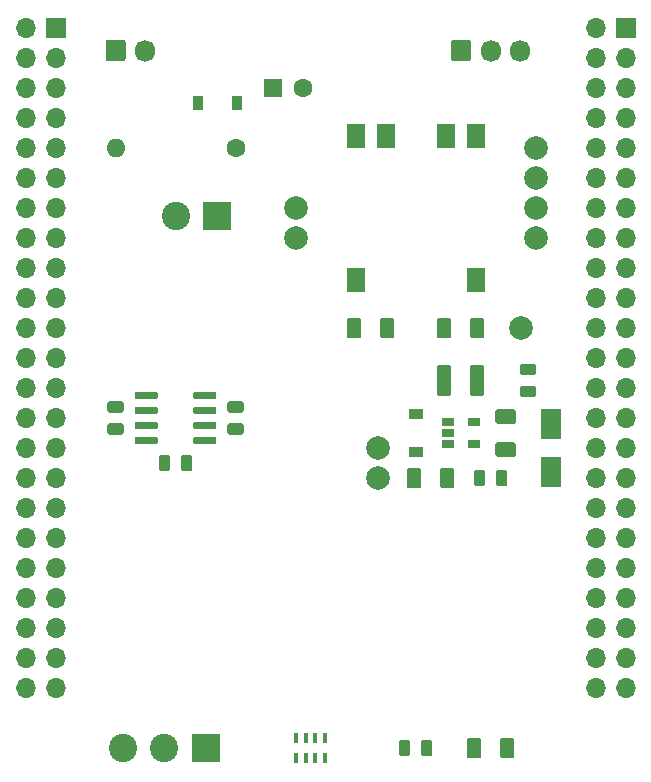
<source format=gbr>
G04 #@! TF.GenerationSoftware,KiCad,Pcbnew,5.1.5*
G04 #@! TF.CreationDate,2020-03-06T13:15:01+00:00*
G04 #@! TF.ProjectId,BB_Dash_Display,42425f44-6173-4685-9f44-6973706c6179,rev?*
G04 #@! TF.SameCoordinates,PX43d3480PY41672a0*
G04 #@! TF.FileFunction,Soldermask,Top*
G04 #@! TF.FilePolarity,Negative*
%FSLAX46Y46*%
G04 Gerber Fmt 4.6, Leading zero omitted, Abs format (unit mm)*
G04 Created by KiCad (PCBNEW 5.1.5) date 2020-03-06 13:15:01*
%MOMM*%
%LPD*%
G04 APERTURE LIST*
%ADD10O,1.600000X1.600000*%
%ADD11C,1.600000*%
%ADD12R,1.600000X1.600000*%
%ADD13R,1.800000X2.500000*%
%ADD14C,2.400000*%
%ADD15R,2.400000X2.400000*%
%ADD16C,0.100000*%
%ADD17O,1.700000X1.700000*%
%ADD18R,1.700000X1.700000*%
%ADD19R,1.524000X2.032000*%
%ADD20R,0.400000X0.900000*%
%ADD21R,1.060000X0.650000*%
%ADD22C,2.000000*%
%ADD23O,1.700000X1.850000*%
%ADD24R,1.200000X0.900000*%
%ADD25R,0.900000X1.200000*%
G04 APERTURE END LIST*
D10*
X12700000Y-17780000D03*
D11*
X22860000Y-17780000D03*
X28535000Y-12700000D03*
D12*
X26035000Y-12700000D03*
D13*
X49530000Y-41180000D03*
X49530000Y-45180000D03*
D14*
X13320000Y-68580000D03*
X16820000Y-68580000D03*
D15*
X20320000Y-68580000D03*
D16*
G36*
X23340142Y-41091174D02*
G01*
X23363803Y-41094684D01*
X23387007Y-41100496D01*
X23409529Y-41108554D01*
X23431153Y-41118782D01*
X23451670Y-41131079D01*
X23470883Y-41145329D01*
X23488607Y-41161393D01*
X23504671Y-41179117D01*
X23518921Y-41198330D01*
X23531218Y-41218847D01*
X23541446Y-41240471D01*
X23549504Y-41262993D01*
X23555316Y-41286197D01*
X23558826Y-41309858D01*
X23560000Y-41333750D01*
X23560000Y-41821250D01*
X23558826Y-41845142D01*
X23555316Y-41868803D01*
X23549504Y-41892007D01*
X23541446Y-41914529D01*
X23531218Y-41936153D01*
X23518921Y-41956670D01*
X23504671Y-41975883D01*
X23488607Y-41993607D01*
X23470883Y-42009671D01*
X23451670Y-42023921D01*
X23431153Y-42036218D01*
X23409529Y-42046446D01*
X23387007Y-42054504D01*
X23363803Y-42060316D01*
X23340142Y-42063826D01*
X23316250Y-42065000D01*
X22403750Y-42065000D01*
X22379858Y-42063826D01*
X22356197Y-42060316D01*
X22332993Y-42054504D01*
X22310471Y-42046446D01*
X22288847Y-42036218D01*
X22268330Y-42023921D01*
X22249117Y-42009671D01*
X22231393Y-41993607D01*
X22215329Y-41975883D01*
X22201079Y-41956670D01*
X22188782Y-41936153D01*
X22178554Y-41914529D01*
X22170496Y-41892007D01*
X22164684Y-41868803D01*
X22161174Y-41845142D01*
X22160000Y-41821250D01*
X22160000Y-41333750D01*
X22161174Y-41309858D01*
X22164684Y-41286197D01*
X22170496Y-41262993D01*
X22178554Y-41240471D01*
X22188782Y-41218847D01*
X22201079Y-41198330D01*
X22215329Y-41179117D01*
X22231393Y-41161393D01*
X22249117Y-41145329D01*
X22268330Y-41131079D01*
X22288847Y-41118782D01*
X22310471Y-41108554D01*
X22332993Y-41100496D01*
X22356197Y-41094684D01*
X22379858Y-41091174D01*
X22403750Y-41090000D01*
X23316250Y-41090000D01*
X23340142Y-41091174D01*
G37*
G36*
X23340142Y-39216174D02*
G01*
X23363803Y-39219684D01*
X23387007Y-39225496D01*
X23409529Y-39233554D01*
X23431153Y-39243782D01*
X23451670Y-39256079D01*
X23470883Y-39270329D01*
X23488607Y-39286393D01*
X23504671Y-39304117D01*
X23518921Y-39323330D01*
X23531218Y-39343847D01*
X23541446Y-39365471D01*
X23549504Y-39387993D01*
X23555316Y-39411197D01*
X23558826Y-39434858D01*
X23560000Y-39458750D01*
X23560000Y-39946250D01*
X23558826Y-39970142D01*
X23555316Y-39993803D01*
X23549504Y-40017007D01*
X23541446Y-40039529D01*
X23531218Y-40061153D01*
X23518921Y-40081670D01*
X23504671Y-40100883D01*
X23488607Y-40118607D01*
X23470883Y-40134671D01*
X23451670Y-40148921D01*
X23431153Y-40161218D01*
X23409529Y-40171446D01*
X23387007Y-40179504D01*
X23363803Y-40185316D01*
X23340142Y-40188826D01*
X23316250Y-40190000D01*
X22403750Y-40190000D01*
X22379858Y-40188826D01*
X22356197Y-40185316D01*
X22332993Y-40179504D01*
X22310471Y-40171446D01*
X22288847Y-40161218D01*
X22268330Y-40148921D01*
X22249117Y-40134671D01*
X22231393Y-40118607D01*
X22215329Y-40100883D01*
X22201079Y-40081670D01*
X22188782Y-40061153D01*
X22178554Y-40039529D01*
X22170496Y-40017007D01*
X22164684Y-39993803D01*
X22161174Y-39970142D01*
X22160000Y-39946250D01*
X22160000Y-39458750D01*
X22161174Y-39434858D01*
X22164684Y-39411197D01*
X22170496Y-39387993D01*
X22178554Y-39365471D01*
X22188782Y-39343847D01*
X22201079Y-39323330D01*
X22215329Y-39304117D01*
X22231393Y-39286393D01*
X22249117Y-39270329D01*
X22268330Y-39256079D01*
X22288847Y-39243782D01*
X22310471Y-39233554D01*
X22332993Y-39225496D01*
X22356197Y-39219684D01*
X22379858Y-39216174D01*
X22403750Y-39215000D01*
X23316250Y-39215000D01*
X23340142Y-39216174D01*
G37*
G36*
X13180142Y-41091174D02*
G01*
X13203803Y-41094684D01*
X13227007Y-41100496D01*
X13249529Y-41108554D01*
X13271153Y-41118782D01*
X13291670Y-41131079D01*
X13310883Y-41145329D01*
X13328607Y-41161393D01*
X13344671Y-41179117D01*
X13358921Y-41198330D01*
X13371218Y-41218847D01*
X13381446Y-41240471D01*
X13389504Y-41262993D01*
X13395316Y-41286197D01*
X13398826Y-41309858D01*
X13400000Y-41333750D01*
X13400000Y-41821250D01*
X13398826Y-41845142D01*
X13395316Y-41868803D01*
X13389504Y-41892007D01*
X13381446Y-41914529D01*
X13371218Y-41936153D01*
X13358921Y-41956670D01*
X13344671Y-41975883D01*
X13328607Y-41993607D01*
X13310883Y-42009671D01*
X13291670Y-42023921D01*
X13271153Y-42036218D01*
X13249529Y-42046446D01*
X13227007Y-42054504D01*
X13203803Y-42060316D01*
X13180142Y-42063826D01*
X13156250Y-42065000D01*
X12243750Y-42065000D01*
X12219858Y-42063826D01*
X12196197Y-42060316D01*
X12172993Y-42054504D01*
X12150471Y-42046446D01*
X12128847Y-42036218D01*
X12108330Y-42023921D01*
X12089117Y-42009671D01*
X12071393Y-41993607D01*
X12055329Y-41975883D01*
X12041079Y-41956670D01*
X12028782Y-41936153D01*
X12018554Y-41914529D01*
X12010496Y-41892007D01*
X12004684Y-41868803D01*
X12001174Y-41845142D01*
X12000000Y-41821250D01*
X12000000Y-41333750D01*
X12001174Y-41309858D01*
X12004684Y-41286197D01*
X12010496Y-41262993D01*
X12018554Y-41240471D01*
X12028782Y-41218847D01*
X12041079Y-41198330D01*
X12055329Y-41179117D01*
X12071393Y-41161393D01*
X12089117Y-41145329D01*
X12108330Y-41131079D01*
X12128847Y-41118782D01*
X12150471Y-41108554D01*
X12172993Y-41100496D01*
X12196197Y-41094684D01*
X12219858Y-41091174D01*
X12243750Y-41090000D01*
X13156250Y-41090000D01*
X13180142Y-41091174D01*
G37*
G36*
X13180142Y-39216174D02*
G01*
X13203803Y-39219684D01*
X13227007Y-39225496D01*
X13249529Y-39233554D01*
X13271153Y-39243782D01*
X13291670Y-39256079D01*
X13310883Y-39270329D01*
X13328607Y-39286393D01*
X13344671Y-39304117D01*
X13358921Y-39323330D01*
X13371218Y-39343847D01*
X13381446Y-39365471D01*
X13389504Y-39387993D01*
X13395316Y-39411197D01*
X13398826Y-39434858D01*
X13400000Y-39458750D01*
X13400000Y-39946250D01*
X13398826Y-39970142D01*
X13395316Y-39993803D01*
X13389504Y-40017007D01*
X13381446Y-40039529D01*
X13371218Y-40061153D01*
X13358921Y-40081670D01*
X13344671Y-40100883D01*
X13328607Y-40118607D01*
X13310883Y-40134671D01*
X13291670Y-40148921D01*
X13271153Y-40161218D01*
X13249529Y-40171446D01*
X13227007Y-40179504D01*
X13203803Y-40185316D01*
X13180142Y-40188826D01*
X13156250Y-40190000D01*
X12243750Y-40190000D01*
X12219858Y-40188826D01*
X12196197Y-40185316D01*
X12172993Y-40179504D01*
X12150471Y-40171446D01*
X12128847Y-40161218D01*
X12108330Y-40148921D01*
X12089117Y-40134671D01*
X12071393Y-40118607D01*
X12055329Y-40100883D01*
X12041079Y-40081670D01*
X12028782Y-40061153D01*
X12018554Y-40039529D01*
X12010496Y-40017007D01*
X12004684Y-39993803D01*
X12001174Y-39970142D01*
X12000000Y-39946250D01*
X12000000Y-39458750D01*
X12001174Y-39434858D01*
X12004684Y-39411197D01*
X12010496Y-39387993D01*
X12018554Y-39365471D01*
X12028782Y-39343847D01*
X12041079Y-39323330D01*
X12055329Y-39304117D01*
X12071393Y-39286393D01*
X12089117Y-39270329D01*
X12108330Y-39256079D01*
X12128847Y-39243782D01*
X12150471Y-39233554D01*
X12172993Y-39225496D01*
X12196197Y-39219684D01*
X12219858Y-39216174D01*
X12243750Y-39215000D01*
X13156250Y-39215000D01*
X13180142Y-39216174D01*
G37*
D17*
X5080000Y-63500000D03*
X7620000Y-63500000D03*
X5080000Y-60960000D03*
X7620000Y-60960000D03*
X5080000Y-58420000D03*
X7620000Y-58420000D03*
X5080000Y-55880000D03*
X7620000Y-55880000D03*
X5080000Y-53340000D03*
X7620000Y-53340000D03*
X5080000Y-50800000D03*
X7620000Y-50800000D03*
X5080000Y-48260000D03*
X7620000Y-48260000D03*
X5080000Y-45720000D03*
X7620000Y-45720000D03*
X5080000Y-43180000D03*
X7620000Y-43180000D03*
X5080000Y-40640000D03*
X7620000Y-40640000D03*
X5080000Y-38100000D03*
X7620000Y-38100000D03*
X5080000Y-35560000D03*
X7620000Y-35560000D03*
X5080000Y-33020000D03*
X7620000Y-33020000D03*
X5080000Y-30480000D03*
X7620000Y-30480000D03*
X5080000Y-27940000D03*
X7620000Y-27940000D03*
X5080000Y-25400000D03*
X7620000Y-25400000D03*
X5080000Y-22860000D03*
X7620000Y-22860000D03*
X5080000Y-20320000D03*
X7620000Y-20320000D03*
X5080000Y-17780000D03*
X7620000Y-17780000D03*
X5080000Y-15240000D03*
X7620000Y-15240000D03*
X5080000Y-12700000D03*
X7620000Y-12700000D03*
X5080000Y-10160000D03*
X7620000Y-10160000D03*
X5080000Y-7620000D03*
D18*
X7620000Y-7620000D03*
D19*
X43180000Y-16764000D03*
X40640000Y-16764000D03*
X35560000Y-16764000D03*
X33020000Y-16764000D03*
X43180000Y-28956000D03*
X33020000Y-28956000D03*
D16*
G36*
X40909504Y-36141204D02*
G01*
X40933773Y-36144804D01*
X40957571Y-36150765D01*
X40980671Y-36159030D01*
X41002849Y-36169520D01*
X41023893Y-36182133D01*
X41043598Y-36196747D01*
X41061777Y-36213223D01*
X41078253Y-36231402D01*
X41092867Y-36251107D01*
X41105480Y-36272151D01*
X41115970Y-36294329D01*
X41124235Y-36317429D01*
X41130196Y-36341227D01*
X41133796Y-36365496D01*
X41135000Y-36390000D01*
X41135000Y-38540000D01*
X41133796Y-38564504D01*
X41130196Y-38588773D01*
X41124235Y-38612571D01*
X41115970Y-38635671D01*
X41105480Y-38657849D01*
X41092867Y-38678893D01*
X41078253Y-38698598D01*
X41061777Y-38716777D01*
X41043598Y-38733253D01*
X41023893Y-38747867D01*
X41002849Y-38760480D01*
X40980671Y-38770970D01*
X40957571Y-38779235D01*
X40933773Y-38785196D01*
X40909504Y-38788796D01*
X40885000Y-38790000D01*
X40135000Y-38790000D01*
X40110496Y-38788796D01*
X40086227Y-38785196D01*
X40062429Y-38779235D01*
X40039329Y-38770970D01*
X40017151Y-38760480D01*
X39996107Y-38747867D01*
X39976402Y-38733253D01*
X39958223Y-38716777D01*
X39941747Y-38698598D01*
X39927133Y-38678893D01*
X39914520Y-38657849D01*
X39904030Y-38635671D01*
X39895765Y-38612571D01*
X39889804Y-38588773D01*
X39886204Y-38564504D01*
X39885000Y-38540000D01*
X39885000Y-36390000D01*
X39886204Y-36365496D01*
X39889804Y-36341227D01*
X39895765Y-36317429D01*
X39904030Y-36294329D01*
X39914520Y-36272151D01*
X39927133Y-36251107D01*
X39941747Y-36231402D01*
X39958223Y-36213223D01*
X39976402Y-36196747D01*
X39996107Y-36182133D01*
X40017151Y-36169520D01*
X40039329Y-36159030D01*
X40062429Y-36150765D01*
X40086227Y-36144804D01*
X40110496Y-36141204D01*
X40135000Y-36140000D01*
X40885000Y-36140000D01*
X40909504Y-36141204D01*
G37*
G36*
X43709504Y-36141204D02*
G01*
X43733773Y-36144804D01*
X43757571Y-36150765D01*
X43780671Y-36159030D01*
X43802849Y-36169520D01*
X43823893Y-36182133D01*
X43843598Y-36196747D01*
X43861777Y-36213223D01*
X43878253Y-36231402D01*
X43892867Y-36251107D01*
X43905480Y-36272151D01*
X43915970Y-36294329D01*
X43924235Y-36317429D01*
X43930196Y-36341227D01*
X43933796Y-36365496D01*
X43935000Y-36390000D01*
X43935000Y-38540000D01*
X43933796Y-38564504D01*
X43930196Y-38588773D01*
X43924235Y-38612571D01*
X43915970Y-38635671D01*
X43905480Y-38657849D01*
X43892867Y-38678893D01*
X43878253Y-38698598D01*
X43861777Y-38716777D01*
X43843598Y-38733253D01*
X43823893Y-38747867D01*
X43802849Y-38760480D01*
X43780671Y-38770970D01*
X43757571Y-38779235D01*
X43733773Y-38785196D01*
X43709504Y-38788796D01*
X43685000Y-38790000D01*
X42935000Y-38790000D01*
X42910496Y-38788796D01*
X42886227Y-38785196D01*
X42862429Y-38779235D01*
X42839329Y-38770970D01*
X42817151Y-38760480D01*
X42796107Y-38747867D01*
X42776402Y-38733253D01*
X42758223Y-38716777D01*
X42741747Y-38698598D01*
X42727133Y-38678893D01*
X42714520Y-38657849D01*
X42704030Y-38635671D01*
X42695765Y-38612571D01*
X42689804Y-38588773D01*
X42686204Y-38564504D01*
X42685000Y-38540000D01*
X42685000Y-36390000D01*
X42686204Y-36365496D01*
X42689804Y-36341227D01*
X42695765Y-36317429D01*
X42704030Y-36294329D01*
X42714520Y-36272151D01*
X42727133Y-36251107D01*
X42741747Y-36231402D01*
X42758223Y-36213223D01*
X42776402Y-36196747D01*
X42796107Y-36182133D01*
X42817151Y-36169520D01*
X42839329Y-36159030D01*
X42862429Y-36150765D01*
X42886227Y-36144804D01*
X42910496Y-36141204D01*
X42935000Y-36140000D01*
X43685000Y-36140000D01*
X43709504Y-36141204D01*
G37*
D20*
X28010000Y-69430000D03*
X28810000Y-69430000D03*
X29610000Y-69430000D03*
X30410000Y-69430000D03*
X28010000Y-67730000D03*
X30410000Y-67730000D03*
X28810000Y-67730000D03*
X29610000Y-67730000D03*
D16*
G36*
X17110142Y-43751174D02*
G01*
X17133803Y-43754684D01*
X17157007Y-43760496D01*
X17179529Y-43768554D01*
X17201153Y-43778782D01*
X17221670Y-43791079D01*
X17240883Y-43805329D01*
X17258607Y-43821393D01*
X17274671Y-43839117D01*
X17288921Y-43858330D01*
X17301218Y-43878847D01*
X17311446Y-43900471D01*
X17319504Y-43922993D01*
X17325316Y-43946197D01*
X17328826Y-43969858D01*
X17330000Y-43993750D01*
X17330000Y-44906250D01*
X17328826Y-44930142D01*
X17325316Y-44953803D01*
X17319504Y-44977007D01*
X17311446Y-44999529D01*
X17301218Y-45021153D01*
X17288921Y-45041670D01*
X17274671Y-45060883D01*
X17258607Y-45078607D01*
X17240883Y-45094671D01*
X17221670Y-45108921D01*
X17201153Y-45121218D01*
X17179529Y-45131446D01*
X17157007Y-45139504D01*
X17133803Y-45145316D01*
X17110142Y-45148826D01*
X17086250Y-45150000D01*
X16598750Y-45150000D01*
X16574858Y-45148826D01*
X16551197Y-45145316D01*
X16527993Y-45139504D01*
X16505471Y-45131446D01*
X16483847Y-45121218D01*
X16463330Y-45108921D01*
X16444117Y-45094671D01*
X16426393Y-45078607D01*
X16410329Y-45060883D01*
X16396079Y-45041670D01*
X16383782Y-45021153D01*
X16373554Y-44999529D01*
X16365496Y-44977007D01*
X16359684Y-44953803D01*
X16356174Y-44930142D01*
X16355000Y-44906250D01*
X16355000Y-43993750D01*
X16356174Y-43969858D01*
X16359684Y-43946197D01*
X16365496Y-43922993D01*
X16373554Y-43900471D01*
X16383782Y-43878847D01*
X16396079Y-43858330D01*
X16410329Y-43839117D01*
X16426393Y-43821393D01*
X16444117Y-43805329D01*
X16463330Y-43791079D01*
X16483847Y-43778782D01*
X16505471Y-43768554D01*
X16527993Y-43760496D01*
X16551197Y-43754684D01*
X16574858Y-43751174D01*
X16598750Y-43750000D01*
X17086250Y-43750000D01*
X17110142Y-43751174D01*
G37*
G36*
X18985142Y-43751174D02*
G01*
X19008803Y-43754684D01*
X19032007Y-43760496D01*
X19054529Y-43768554D01*
X19076153Y-43778782D01*
X19096670Y-43791079D01*
X19115883Y-43805329D01*
X19133607Y-43821393D01*
X19149671Y-43839117D01*
X19163921Y-43858330D01*
X19176218Y-43878847D01*
X19186446Y-43900471D01*
X19194504Y-43922993D01*
X19200316Y-43946197D01*
X19203826Y-43969858D01*
X19205000Y-43993750D01*
X19205000Y-44906250D01*
X19203826Y-44930142D01*
X19200316Y-44953803D01*
X19194504Y-44977007D01*
X19186446Y-44999529D01*
X19176218Y-45021153D01*
X19163921Y-45041670D01*
X19149671Y-45060883D01*
X19133607Y-45078607D01*
X19115883Y-45094671D01*
X19096670Y-45108921D01*
X19076153Y-45121218D01*
X19054529Y-45131446D01*
X19032007Y-45139504D01*
X19008803Y-45145316D01*
X18985142Y-45148826D01*
X18961250Y-45150000D01*
X18473750Y-45150000D01*
X18449858Y-45148826D01*
X18426197Y-45145316D01*
X18402993Y-45139504D01*
X18380471Y-45131446D01*
X18358847Y-45121218D01*
X18338330Y-45108921D01*
X18319117Y-45094671D01*
X18301393Y-45078607D01*
X18285329Y-45060883D01*
X18271079Y-45041670D01*
X18258782Y-45021153D01*
X18248554Y-44999529D01*
X18240496Y-44977007D01*
X18234684Y-44953803D01*
X18231174Y-44930142D01*
X18230000Y-44906250D01*
X18230000Y-43993750D01*
X18231174Y-43969858D01*
X18234684Y-43946197D01*
X18240496Y-43922993D01*
X18248554Y-43900471D01*
X18258782Y-43878847D01*
X18271079Y-43858330D01*
X18285329Y-43839117D01*
X18301393Y-43821393D01*
X18319117Y-43805329D01*
X18338330Y-43791079D01*
X18358847Y-43778782D01*
X18380471Y-43768554D01*
X18402993Y-43760496D01*
X18426197Y-43754684D01*
X18449858Y-43751174D01*
X18473750Y-43750000D01*
X18961250Y-43750000D01*
X18985142Y-43751174D01*
G37*
G36*
X41169504Y-44846204D02*
G01*
X41193773Y-44849804D01*
X41217571Y-44855765D01*
X41240671Y-44864030D01*
X41262849Y-44874520D01*
X41283893Y-44887133D01*
X41303598Y-44901747D01*
X41321777Y-44918223D01*
X41338253Y-44936402D01*
X41352867Y-44956107D01*
X41365480Y-44977151D01*
X41375970Y-44999329D01*
X41384235Y-45022429D01*
X41390196Y-45046227D01*
X41393796Y-45070496D01*
X41395000Y-45095000D01*
X41395000Y-46345000D01*
X41393796Y-46369504D01*
X41390196Y-46393773D01*
X41384235Y-46417571D01*
X41375970Y-46440671D01*
X41365480Y-46462849D01*
X41352867Y-46483893D01*
X41338253Y-46503598D01*
X41321777Y-46521777D01*
X41303598Y-46538253D01*
X41283893Y-46552867D01*
X41262849Y-46565480D01*
X41240671Y-46575970D01*
X41217571Y-46584235D01*
X41193773Y-46590196D01*
X41169504Y-46593796D01*
X41145000Y-46595000D01*
X40395000Y-46595000D01*
X40370496Y-46593796D01*
X40346227Y-46590196D01*
X40322429Y-46584235D01*
X40299329Y-46575970D01*
X40277151Y-46565480D01*
X40256107Y-46552867D01*
X40236402Y-46538253D01*
X40218223Y-46521777D01*
X40201747Y-46503598D01*
X40187133Y-46483893D01*
X40174520Y-46462849D01*
X40164030Y-46440671D01*
X40155765Y-46417571D01*
X40149804Y-46393773D01*
X40146204Y-46369504D01*
X40145000Y-46345000D01*
X40145000Y-45095000D01*
X40146204Y-45070496D01*
X40149804Y-45046227D01*
X40155765Y-45022429D01*
X40164030Y-44999329D01*
X40174520Y-44977151D01*
X40187133Y-44956107D01*
X40201747Y-44936402D01*
X40218223Y-44918223D01*
X40236402Y-44901747D01*
X40256107Y-44887133D01*
X40277151Y-44874520D01*
X40299329Y-44864030D01*
X40322429Y-44855765D01*
X40346227Y-44849804D01*
X40370496Y-44846204D01*
X40395000Y-44845000D01*
X41145000Y-44845000D01*
X41169504Y-44846204D01*
G37*
G36*
X38369504Y-44846204D02*
G01*
X38393773Y-44849804D01*
X38417571Y-44855765D01*
X38440671Y-44864030D01*
X38462849Y-44874520D01*
X38483893Y-44887133D01*
X38503598Y-44901747D01*
X38521777Y-44918223D01*
X38538253Y-44936402D01*
X38552867Y-44956107D01*
X38565480Y-44977151D01*
X38575970Y-44999329D01*
X38584235Y-45022429D01*
X38590196Y-45046227D01*
X38593796Y-45070496D01*
X38595000Y-45095000D01*
X38595000Y-46345000D01*
X38593796Y-46369504D01*
X38590196Y-46393773D01*
X38584235Y-46417571D01*
X38575970Y-46440671D01*
X38565480Y-46462849D01*
X38552867Y-46483893D01*
X38538253Y-46503598D01*
X38521777Y-46521777D01*
X38503598Y-46538253D01*
X38483893Y-46552867D01*
X38462849Y-46565480D01*
X38440671Y-46575970D01*
X38417571Y-46584235D01*
X38393773Y-46590196D01*
X38369504Y-46593796D01*
X38345000Y-46595000D01*
X37595000Y-46595000D01*
X37570496Y-46593796D01*
X37546227Y-46590196D01*
X37522429Y-46584235D01*
X37499329Y-46575970D01*
X37477151Y-46565480D01*
X37456107Y-46552867D01*
X37436402Y-46538253D01*
X37418223Y-46521777D01*
X37401747Y-46503598D01*
X37387133Y-46483893D01*
X37374520Y-46462849D01*
X37364030Y-46440671D01*
X37355765Y-46417571D01*
X37349804Y-46393773D01*
X37346204Y-46369504D01*
X37345000Y-46345000D01*
X37345000Y-45095000D01*
X37346204Y-45070496D01*
X37349804Y-45046227D01*
X37355765Y-45022429D01*
X37364030Y-44999329D01*
X37374520Y-44977151D01*
X37387133Y-44956107D01*
X37401747Y-44936402D01*
X37418223Y-44918223D01*
X37436402Y-44901747D01*
X37456107Y-44887133D01*
X37477151Y-44874520D01*
X37499329Y-44864030D01*
X37522429Y-44855765D01*
X37546227Y-44849804D01*
X37570496Y-44846204D01*
X37595000Y-44845000D01*
X38345000Y-44845000D01*
X38369504Y-44846204D01*
G37*
G36*
X46369504Y-42686204D02*
G01*
X46393773Y-42689804D01*
X46417571Y-42695765D01*
X46440671Y-42704030D01*
X46462849Y-42714520D01*
X46483893Y-42727133D01*
X46503598Y-42741747D01*
X46521777Y-42758223D01*
X46538253Y-42776402D01*
X46552867Y-42796107D01*
X46565480Y-42817151D01*
X46575970Y-42839329D01*
X46584235Y-42862429D01*
X46590196Y-42886227D01*
X46593796Y-42910496D01*
X46595000Y-42935000D01*
X46595000Y-43685000D01*
X46593796Y-43709504D01*
X46590196Y-43733773D01*
X46584235Y-43757571D01*
X46575970Y-43780671D01*
X46565480Y-43802849D01*
X46552867Y-43823893D01*
X46538253Y-43843598D01*
X46521777Y-43861777D01*
X46503598Y-43878253D01*
X46483893Y-43892867D01*
X46462849Y-43905480D01*
X46440671Y-43915970D01*
X46417571Y-43924235D01*
X46393773Y-43930196D01*
X46369504Y-43933796D01*
X46345000Y-43935000D01*
X45095000Y-43935000D01*
X45070496Y-43933796D01*
X45046227Y-43930196D01*
X45022429Y-43924235D01*
X44999329Y-43915970D01*
X44977151Y-43905480D01*
X44956107Y-43892867D01*
X44936402Y-43878253D01*
X44918223Y-43861777D01*
X44901747Y-43843598D01*
X44887133Y-43823893D01*
X44874520Y-43802849D01*
X44864030Y-43780671D01*
X44855765Y-43757571D01*
X44849804Y-43733773D01*
X44846204Y-43709504D01*
X44845000Y-43685000D01*
X44845000Y-42935000D01*
X44846204Y-42910496D01*
X44849804Y-42886227D01*
X44855765Y-42862429D01*
X44864030Y-42839329D01*
X44874520Y-42817151D01*
X44887133Y-42796107D01*
X44901747Y-42776402D01*
X44918223Y-42758223D01*
X44936402Y-42741747D01*
X44956107Y-42727133D01*
X44977151Y-42714520D01*
X44999329Y-42704030D01*
X45022429Y-42695765D01*
X45046227Y-42689804D01*
X45070496Y-42686204D01*
X45095000Y-42685000D01*
X46345000Y-42685000D01*
X46369504Y-42686204D01*
G37*
G36*
X46369504Y-39886204D02*
G01*
X46393773Y-39889804D01*
X46417571Y-39895765D01*
X46440671Y-39904030D01*
X46462849Y-39914520D01*
X46483893Y-39927133D01*
X46503598Y-39941747D01*
X46521777Y-39958223D01*
X46538253Y-39976402D01*
X46552867Y-39996107D01*
X46565480Y-40017151D01*
X46575970Y-40039329D01*
X46584235Y-40062429D01*
X46590196Y-40086227D01*
X46593796Y-40110496D01*
X46595000Y-40135000D01*
X46595000Y-40885000D01*
X46593796Y-40909504D01*
X46590196Y-40933773D01*
X46584235Y-40957571D01*
X46575970Y-40980671D01*
X46565480Y-41002849D01*
X46552867Y-41023893D01*
X46538253Y-41043598D01*
X46521777Y-41061777D01*
X46503598Y-41078253D01*
X46483893Y-41092867D01*
X46462849Y-41105480D01*
X46440671Y-41115970D01*
X46417571Y-41124235D01*
X46393773Y-41130196D01*
X46369504Y-41133796D01*
X46345000Y-41135000D01*
X45095000Y-41135000D01*
X45070496Y-41133796D01*
X45046227Y-41130196D01*
X45022429Y-41124235D01*
X44999329Y-41115970D01*
X44977151Y-41105480D01*
X44956107Y-41092867D01*
X44936402Y-41078253D01*
X44918223Y-41061777D01*
X44901747Y-41043598D01*
X44887133Y-41023893D01*
X44874520Y-41002849D01*
X44864030Y-40980671D01*
X44855765Y-40957571D01*
X44849804Y-40933773D01*
X44846204Y-40909504D01*
X44845000Y-40885000D01*
X44845000Y-40135000D01*
X44846204Y-40110496D01*
X44849804Y-40086227D01*
X44855765Y-40062429D01*
X44864030Y-40039329D01*
X44874520Y-40017151D01*
X44887133Y-39996107D01*
X44901747Y-39976402D01*
X44918223Y-39958223D01*
X44936402Y-39941747D01*
X44956107Y-39927133D01*
X44977151Y-39914520D01*
X44999329Y-39904030D01*
X45022429Y-39895765D01*
X45046227Y-39889804D01*
X45070496Y-39886204D01*
X45095000Y-39885000D01*
X46345000Y-39885000D01*
X46369504Y-39886204D01*
G37*
G36*
X46249504Y-67706204D02*
G01*
X46273773Y-67709804D01*
X46297571Y-67715765D01*
X46320671Y-67724030D01*
X46342849Y-67734520D01*
X46363893Y-67747133D01*
X46383598Y-67761747D01*
X46401777Y-67778223D01*
X46418253Y-67796402D01*
X46432867Y-67816107D01*
X46445480Y-67837151D01*
X46455970Y-67859329D01*
X46464235Y-67882429D01*
X46470196Y-67906227D01*
X46473796Y-67930496D01*
X46475000Y-67955000D01*
X46475000Y-69205000D01*
X46473796Y-69229504D01*
X46470196Y-69253773D01*
X46464235Y-69277571D01*
X46455970Y-69300671D01*
X46445480Y-69322849D01*
X46432867Y-69343893D01*
X46418253Y-69363598D01*
X46401777Y-69381777D01*
X46383598Y-69398253D01*
X46363893Y-69412867D01*
X46342849Y-69425480D01*
X46320671Y-69435970D01*
X46297571Y-69444235D01*
X46273773Y-69450196D01*
X46249504Y-69453796D01*
X46225000Y-69455000D01*
X45475000Y-69455000D01*
X45450496Y-69453796D01*
X45426227Y-69450196D01*
X45402429Y-69444235D01*
X45379329Y-69435970D01*
X45357151Y-69425480D01*
X45336107Y-69412867D01*
X45316402Y-69398253D01*
X45298223Y-69381777D01*
X45281747Y-69363598D01*
X45267133Y-69343893D01*
X45254520Y-69322849D01*
X45244030Y-69300671D01*
X45235765Y-69277571D01*
X45229804Y-69253773D01*
X45226204Y-69229504D01*
X45225000Y-69205000D01*
X45225000Y-67955000D01*
X45226204Y-67930496D01*
X45229804Y-67906227D01*
X45235765Y-67882429D01*
X45244030Y-67859329D01*
X45254520Y-67837151D01*
X45267133Y-67816107D01*
X45281747Y-67796402D01*
X45298223Y-67778223D01*
X45316402Y-67761747D01*
X45336107Y-67747133D01*
X45357151Y-67734520D01*
X45379329Y-67724030D01*
X45402429Y-67715765D01*
X45426227Y-67709804D01*
X45450496Y-67706204D01*
X45475000Y-67705000D01*
X46225000Y-67705000D01*
X46249504Y-67706204D01*
G37*
G36*
X43449504Y-67706204D02*
G01*
X43473773Y-67709804D01*
X43497571Y-67715765D01*
X43520671Y-67724030D01*
X43542849Y-67734520D01*
X43563893Y-67747133D01*
X43583598Y-67761747D01*
X43601777Y-67778223D01*
X43618253Y-67796402D01*
X43632867Y-67816107D01*
X43645480Y-67837151D01*
X43655970Y-67859329D01*
X43664235Y-67882429D01*
X43670196Y-67906227D01*
X43673796Y-67930496D01*
X43675000Y-67955000D01*
X43675000Y-69205000D01*
X43673796Y-69229504D01*
X43670196Y-69253773D01*
X43664235Y-69277571D01*
X43655970Y-69300671D01*
X43645480Y-69322849D01*
X43632867Y-69343893D01*
X43618253Y-69363598D01*
X43601777Y-69381777D01*
X43583598Y-69398253D01*
X43563893Y-69412867D01*
X43542849Y-69425480D01*
X43520671Y-69435970D01*
X43497571Y-69444235D01*
X43473773Y-69450196D01*
X43449504Y-69453796D01*
X43425000Y-69455000D01*
X42675000Y-69455000D01*
X42650496Y-69453796D01*
X42626227Y-69450196D01*
X42602429Y-69444235D01*
X42579329Y-69435970D01*
X42557151Y-69425480D01*
X42536107Y-69412867D01*
X42516402Y-69398253D01*
X42498223Y-69381777D01*
X42481747Y-69363598D01*
X42467133Y-69343893D01*
X42454520Y-69322849D01*
X42444030Y-69300671D01*
X42435765Y-69277571D01*
X42429804Y-69253773D01*
X42426204Y-69229504D01*
X42425000Y-69205000D01*
X42425000Y-67955000D01*
X42426204Y-67930496D01*
X42429804Y-67906227D01*
X42435765Y-67882429D01*
X42444030Y-67859329D01*
X42454520Y-67837151D01*
X42467133Y-67816107D01*
X42481747Y-67796402D01*
X42498223Y-67778223D01*
X42516402Y-67761747D01*
X42536107Y-67747133D01*
X42557151Y-67734520D01*
X42579329Y-67724030D01*
X42602429Y-67715765D01*
X42626227Y-67709804D01*
X42650496Y-67706204D01*
X42675000Y-67705000D01*
X43425000Y-67705000D01*
X43449504Y-67706204D01*
G37*
G36*
X40909504Y-32146204D02*
G01*
X40933773Y-32149804D01*
X40957571Y-32155765D01*
X40980671Y-32164030D01*
X41002849Y-32174520D01*
X41023893Y-32187133D01*
X41043598Y-32201747D01*
X41061777Y-32218223D01*
X41078253Y-32236402D01*
X41092867Y-32256107D01*
X41105480Y-32277151D01*
X41115970Y-32299329D01*
X41124235Y-32322429D01*
X41130196Y-32346227D01*
X41133796Y-32370496D01*
X41135000Y-32395000D01*
X41135000Y-33645000D01*
X41133796Y-33669504D01*
X41130196Y-33693773D01*
X41124235Y-33717571D01*
X41115970Y-33740671D01*
X41105480Y-33762849D01*
X41092867Y-33783893D01*
X41078253Y-33803598D01*
X41061777Y-33821777D01*
X41043598Y-33838253D01*
X41023893Y-33852867D01*
X41002849Y-33865480D01*
X40980671Y-33875970D01*
X40957571Y-33884235D01*
X40933773Y-33890196D01*
X40909504Y-33893796D01*
X40885000Y-33895000D01*
X40135000Y-33895000D01*
X40110496Y-33893796D01*
X40086227Y-33890196D01*
X40062429Y-33884235D01*
X40039329Y-33875970D01*
X40017151Y-33865480D01*
X39996107Y-33852867D01*
X39976402Y-33838253D01*
X39958223Y-33821777D01*
X39941747Y-33803598D01*
X39927133Y-33783893D01*
X39914520Y-33762849D01*
X39904030Y-33740671D01*
X39895765Y-33717571D01*
X39889804Y-33693773D01*
X39886204Y-33669504D01*
X39885000Y-33645000D01*
X39885000Y-32395000D01*
X39886204Y-32370496D01*
X39889804Y-32346227D01*
X39895765Y-32322429D01*
X39904030Y-32299329D01*
X39914520Y-32277151D01*
X39927133Y-32256107D01*
X39941747Y-32236402D01*
X39958223Y-32218223D01*
X39976402Y-32201747D01*
X39996107Y-32187133D01*
X40017151Y-32174520D01*
X40039329Y-32164030D01*
X40062429Y-32155765D01*
X40086227Y-32149804D01*
X40110496Y-32146204D01*
X40135000Y-32145000D01*
X40885000Y-32145000D01*
X40909504Y-32146204D01*
G37*
G36*
X43709504Y-32146204D02*
G01*
X43733773Y-32149804D01*
X43757571Y-32155765D01*
X43780671Y-32164030D01*
X43802849Y-32174520D01*
X43823893Y-32187133D01*
X43843598Y-32201747D01*
X43861777Y-32218223D01*
X43878253Y-32236402D01*
X43892867Y-32256107D01*
X43905480Y-32277151D01*
X43915970Y-32299329D01*
X43924235Y-32322429D01*
X43930196Y-32346227D01*
X43933796Y-32370496D01*
X43935000Y-32395000D01*
X43935000Y-33645000D01*
X43933796Y-33669504D01*
X43930196Y-33693773D01*
X43924235Y-33717571D01*
X43915970Y-33740671D01*
X43905480Y-33762849D01*
X43892867Y-33783893D01*
X43878253Y-33803598D01*
X43861777Y-33821777D01*
X43843598Y-33838253D01*
X43823893Y-33852867D01*
X43802849Y-33865480D01*
X43780671Y-33875970D01*
X43757571Y-33884235D01*
X43733773Y-33890196D01*
X43709504Y-33893796D01*
X43685000Y-33895000D01*
X42935000Y-33895000D01*
X42910496Y-33893796D01*
X42886227Y-33890196D01*
X42862429Y-33884235D01*
X42839329Y-33875970D01*
X42817151Y-33865480D01*
X42796107Y-33852867D01*
X42776402Y-33838253D01*
X42758223Y-33821777D01*
X42741747Y-33803598D01*
X42727133Y-33783893D01*
X42714520Y-33762849D01*
X42704030Y-33740671D01*
X42695765Y-33717571D01*
X42689804Y-33693773D01*
X42686204Y-33669504D01*
X42685000Y-33645000D01*
X42685000Y-32395000D01*
X42686204Y-32370496D01*
X42689804Y-32346227D01*
X42695765Y-32322429D01*
X42704030Y-32299329D01*
X42714520Y-32277151D01*
X42727133Y-32256107D01*
X42741747Y-32236402D01*
X42758223Y-32218223D01*
X42776402Y-32201747D01*
X42796107Y-32187133D01*
X42817151Y-32174520D01*
X42839329Y-32164030D01*
X42862429Y-32155765D01*
X42886227Y-32149804D01*
X42910496Y-32146204D01*
X42935000Y-32145000D01*
X43685000Y-32145000D01*
X43709504Y-32146204D01*
G37*
G36*
X36089504Y-32146204D02*
G01*
X36113773Y-32149804D01*
X36137571Y-32155765D01*
X36160671Y-32164030D01*
X36182849Y-32174520D01*
X36203893Y-32187133D01*
X36223598Y-32201747D01*
X36241777Y-32218223D01*
X36258253Y-32236402D01*
X36272867Y-32256107D01*
X36285480Y-32277151D01*
X36295970Y-32299329D01*
X36304235Y-32322429D01*
X36310196Y-32346227D01*
X36313796Y-32370496D01*
X36315000Y-32395000D01*
X36315000Y-33645000D01*
X36313796Y-33669504D01*
X36310196Y-33693773D01*
X36304235Y-33717571D01*
X36295970Y-33740671D01*
X36285480Y-33762849D01*
X36272867Y-33783893D01*
X36258253Y-33803598D01*
X36241777Y-33821777D01*
X36223598Y-33838253D01*
X36203893Y-33852867D01*
X36182849Y-33865480D01*
X36160671Y-33875970D01*
X36137571Y-33884235D01*
X36113773Y-33890196D01*
X36089504Y-33893796D01*
X36065000Y-33895000D01*
X35315000Y-33895000D01*
X35290496Y-33893796D01*
X35266227Y-33890196D01*
X35242429Y-33884235D01*
X35219329Y-33875970D01*
X35197151Y-33865480D01*
X35176107Y-33852867D01*
X35156402Y-33838253D01*
X35138223Y-33821777D01*
X35121747Y-33803598D01*
X35107133Y-33783893D01*
X35094520Y-33762849D01*
X35084030Y-33740671D01*
X35075765Y-33717571D01*
X35069804Y-33693773D01*
X35066204Y-33669504D01*
X35065000Y-33645000D01*
X35065000Y-32395000D01*
X35066204Y-32370496D01*
X35069804Y-32346227D01*
X35075765Y-32322429D01*
X35084030Y-32299329D01*
X35094520Y-32277151D01*
X35107133Y-32256107D01*
X35121747Y-32236402D01*
X35138223Y-32218223D01*
X35156402Y-32201747D01*
X35176107Y-32187133D01*
X35197151Y-32174520D01*
X35219329Y-32164030D01*
X35242429Y-32155765D01*
X35266227Y-32149804D01*
X35290496Y-32146204D01*
X35315000Y-32145000D01*
X36065000Y-32145000D01*
X36089504Y-32146204D01*
G37*
G36*
X33289504Y-32146204D02*
G01*
X33313773Y-32149804D01*
X33337571Y-32155765D01*
X33360671Y-32164030D01*
X33382849Y-32174520D01*
X33403893Y-32187133D01*
X33423598Y-32201747D01*
X33441777Y-32218223D01*
X33458253Y-32236402D01*
X33472867Y-32256107D01*
X33485480Y-32277151D01*
X33495970Y-32299329D01*
X33504235Y-32322429D01*
X33510196Y-32346227D01*
X33513796Y-32370496D01*
X33515000Y-32395000D01*
X33515000Y-33645000D01*
X33513796Y-33669504D01*
X33510196Y-33693773D01*
X33504235Y-33717571D01*
X33495970Y-33740671D01*
X33485480Y-33762849D01*
X33472867Y-33783893D01*
X33458253Y-33803598D01*
X33441777Y-33821777D01*
X33423598Y-33838253D01*
X33403893Y-33852867D01*
X33382849Y-33865480D01*
X33360671Y-33875970D01*
X33337571Y-33884235D01*
X33313773Y-33890196D01*
X33289504Y-33893796D01*
X33265000Y-33895000D01*
X32515000Y-33895000D01*
X32490496Y-33893796D01*
X32466227Y-33890196D01*
X32442429Y-33884235D01*
X32419329Y-33875970D01*
X32397151Y-33865480D01*
X32376107Y-33852867D01*
X32356402Y-33838253D01*
X32338223Y-33821777D01*
X32321747Y-33803598D01*
X32307133Y-33783893D01*
X32294520Y-33762849D01*
X32284030Y-33740671D01*
X32275765Y-33717571D01*
X32269804Y-33693773D01*
X32266204Y-33669504D01*
X32265000Y-33645000D01*
X32265000Y-32395000D01*
X32266204Y-32370496D01*
X32269804Y-32346227D01*
X32275765Y-32322429D01*
X32284030Y-32299329D01*
X32294520Y-32277151D01*
X32307133Y-32256107D01*
X32321747Y-32236402D01*
X32338223Y-32218223D01*
X32356402Y-32201747D01*
X32376107Y-32187133D01*
X32397151Y-32174520D01*
X32419329Y-32164030D01*
X32442429Y-32155765D01*
X32466227Y-32149804D01*
X32490496Y-32146204D01*
X32515000Y-32145000D01*
X33265000Y-32145000D01*
X33289504Y-32146204D01*
G37*
D21*
X43010000Y-40960000D03*
X43010000Y-42860000D03*
X40810000Y-42860000D03*
X40810000Y-41910000D03*
X40810000Y-40960000D03*
D16*
G36*
X16144703Y-42245722D02*
G01*
X16159264Y-42247882D01*
X16173543Y-42251459D01*
X16187403Y-42256418D01*
X16200710Y-42262712D01*
X16213336Y-42270280D01*
X16225159Y-42279048D01*
X16236066Y-42288934D01*
X16245952Y-42299841D01*
X16254720Y-42311664D01*
X16262288Y-42324290D01*
X16268582Y-42337597D01*
X16273541Y-42351457D01*
X16277118Y-42365736D01*
X16279278Y-42380297D01*
X16280000Y-42395000D01*
X16280000Y-42695000D01*
X16279278Y-42709703D01*
X16277118Y-42724264D01*
X16273541Y-42738543D01*
X16268582Y-42752403D01*
X16262288Y-42765710D01*
X16254720Y-42778336D01*
X16245952Y-42790159D01*
X16236066Y-42801066D01*
X16225159Y-42810952D01*
X16213336Y-42819720D01*
X16200710Y-42827288D01*
X16187403Y-42833582D01*
X16173543Y-42838541D01*
X16159264Y-42842118D01*
X16144703Y-42844278D01*
X16130000Y-42845000D01*
X14480000Y-42845000D01*
X14465297Y-42844278D01*
X14450736Y-42842118D01*
X14436457Y-42838541D01*
X14422597Y-42833582D01*
X14409290Y-42827288D01*
X14396664Y-42819720D01*
X14384841Y-42810952D01*
X14373934Y-42801066D01*
X14364048Y-42790159D01*
X14355280Y-42778336D01*
X14347712Y-42765710D01*
X14341418Y-42752403D01*
X14336459Y-42738543D01*
X14332882Y-42724264D01*
X14330722Y-42709703D01*
X14330000Y-42695000D01*
X14330000Y-42395000D01*
X14330722Y-42380297D01*
X14332882Y-42365736D01*
X14336459Y-42351457D01*
X14341418Y-42337597D01*
X14347712Y-42324290D01*
X14355280Y-42311664D01*
X14364048Y-42299841D01*
X14373934Y-42288934D01*
X14384841Y-42279048D01*
X14396664Y-42270280D01*
X14409290Y-42262712D01*
X14422597Y-42256418D01*
X14436457Y-42251459D01*
X14450736Y-42247882D01*
X14465297Y-42245722D01*
X14480000Y-42245000D01*
X16130000Y-42245000D01*
X16144703Y-42245722D01*
G37*
G36*
X16144703Y-40975722D02*
G01*
X16159264Y-40977882D01*
X16173543Y-40981459D01*
X16187403Y-40986418D01*
X16200710Y-40992712D01*
X16213336Y-41000280D01*
X16225159Y-41009048D01*
X16236066Y-41018934D01*
X16245952Y-41029841D01*
X16254720Y-41041664D01*
X16262288Y-41054290D01*
X16268582Y-41067597D01*
X16273541Y-41081457D01*
X16277118Y-41095736D01*
X16279278Y-41110297D01*
X16280000Y-41125000D01*
X16280000Y-41425000D01*
X16279278Y-41439703D01*
X16277118Y-41454264D01*
X16273541Y-41468543D01*
X16268582Y-41482403D01*
X16262288Y-41495710D01*
X16254720Y-41508336D01*
X16245952Y-41520159D01*
X16236066Y-41531066D01*
X16225159Y-41540952D01*
X16213336Y-41549720D01*
X16200710Y-41557288D01*
X16187403Y-41563582D01*
X16173543Y-41568541D01*
X16159264Y-41572118D01*
X16144703Y-41574278D01*
X16130000Y-41575000D01*
X14480000Y-41575000D01*
X14465297Y-41574278D01*
X14450736Y-41572118D01*
X14436457Y-41568541D01*
X14422597Y-41563582D01*
X14409290Y-41557288D01*
X14396664Y-41549720D01*
X14384841Y-41540952D01*
X14373934Y-41531066D01*
X14364048Y-41520159D01*
X14355280Y-41508336D01*
X14347712Y-41495710D01*
X14341418Y-41482403D01*
X14336459Y-41468543D01*
X14332882Y-41454264D01*
X14330722Y-41439703D01*
X14330000Y-41425000D01*
X14330000Y-41125000D01*
X14330722Y-41110297D01*
X14332882Y-41095736D01*
X14336459Y-41081457D01*
X14341418Y-41067597D01*
X14347712Y-41054290D01*
X14355280Y-41041664D01*
X14364048Y-41029841D01*
X14373934Y-41018934D01*
X14384841Y-41009048D01*
X14396664Y-41000280D01*
X14409290Y-40992712D01*
X14422597Y-40986418D01*
X14436457Y-40981459D01*
X14450736Y-40977882D01*
X14465297Y-40975722D01*
X14480000Y-40975000D01*
X16130000Y-40975000D01*
X16144703Y-40975722D01*
G37*
G36*
X16144703Y-39705722D02*
G01*
X16159264Y-39707882D01*
X16173543Y-39711459D01*
X16187403Y-39716418D01*
X16200710Y-39722712D01*
X16213336Y-39730280D01*
X16225159Y-39739048D01*
X16236066Y-39748934D01*
X16245952Y-39759841D01*
X16254720Y-39771664D01*
X16262288Y-39784290D01*
X16268582Y-39797597D01*
X16273541Y-39811457D01*
X16277118Y-39825736D01*
X16279278Y-39840297D01*
X16280000Y-39855000D01*
X16280000Y-40155000D01*
X16279278Y-40169703D01*
X16277118Y-40184264D01*
X16273541Y-40198543D01*
X16268582Y-40212403D01*
X16262288Y-40225710D01*
X16254720Y-40238336D01*
X16245952Y-40250159D01*
X16236066Y-40261066D01*
X16225159Y-40270952D01*
X16213336Y-40279720D01*
X16200710Y-40287288D01*
X16187403Y-40293582D01*
X16173543Y-40298541D01*
X16159264Y-40302118D01*
X16144703Y-40304278D01*
X16130000Y-40305000D01*
X14480000Y-40305000D01*
X14465297Y-40304278D01*
X14450736Y-40302118D01*
X14436457Y-40298541D01*
X14422597Y-40293582D01*
X14409290Y-40287288D01*
X14396664Y-40279720D01*
X14384841Y-40270952D01*
X14373934Y-40261066D01*
X14364048Y-40250159D01*
X14355280Y-40238336D01*
X14347712Y-40225710D01*
X14341418Y-40212403D01*
X14336459Y-40198543D01*
X14332882Y-40184264D01*
X14330722Y-40169703D01*
X14330000Y-40155000D01*
X14330000Y-39855000D01*
X14330722Y-39840297D01*
X14332882Y-39825736D01*
X14336459Y-39811457D01*
X14341418Y-39797597D01*
X14347712Y-39784290D01*
X14355280Y-39771664D01*
X14364048Y-39759841D01*
X14373934Y-39748934D01*
X14384841Y-39739048D01*
X14396664Y-39730280D01*
X14409290Y-39722712D01*
X14422597Y-39716418D01*
X14436457Y-39711459D01*
X14450736Y-39707882D01*
X14465297Y-39705722D01*
X14480000Y-39705000D01*
X16130000Y-39705000D01*
X16144703Y-39705722D01*
G37*
G36*
X16144703Y-38435722D02*
G01*
X16159264Y-38437882D01*
X16173543Y-38441459D01*
X16187403Y-38446418D01*
X16200710Y-38452712D01*
X16213336Y-38460280D01*
X16225159Y-38469048D01*
X16236066Y-38478934D01*
X16245952Y-38489841D01*
X16254720Y-38501664D01*
X16262288Y-38514290D01*
X16268582Y-38527597D01*
X16273541Y-38541457D01*
X16277118Y-38555736D01*
X16279278Y-38570297D01*
X16280000Y-38585000D01*
X16280000Y-38885000D01*
X16279278Y-38899703D01*
X16277118Y-38914264D01*
X16273541Y-38928543D01*
X16268582Y-38942403D01*
X16262288Y-38955710D01*
X16254720Y-38968336D01*
X16245952Y-38980159D01*
X16236066Y-38991066D01*
X16225159Y-39000952D01*
X16213336Y-39009720D01*
X16200710Y-39017288D01*
X16187403Y-39023582D01*
X16173543Y-39028541D01*
X16159264Y-39032118D01*
X16144703Y-39034278D01*
X16130000Y-39035000D01*
X14480000Y-39035000D01*
X14465297Y-39034278D01*
X14450736Y-39032118D01*
X14436457Y-39028541D01*
X14422597Y-39023582D01*
X14409290Y-39017288D01*
X14396664Y-39009720D01*
X14384841Y-39000952D01*
X14373934Y-38991066D01*
X14364048Y-38980159D01*
X14355280Y-38968336D01*
X14347712Y-38955710D01*
X14341418Y-38942403D01*
X14336459Y-38928543D01*
X14332882Y-38914264D01*
X14330722Y-38899703D01*
X14330000Y-38885000D01*
X14330000Y-38585000D01*
X14330722Y-38570297D01*
X14332882Y-38555736D01*
X14336459Y-38541457D01*
X14341418Y-38527597D01*
X14347712Y-38514290D01*
X14355280Y-38501664D01*
X14364048Y-38489841D01*
X14373934Y-38478934D01*
X14384841Y-38469048D01*
X14396664Y-38460280D01*
X14409290Y-38452712D01*
X14422597Y-38446418D01*
X14436457Y-38441459D01*
X14450736Y-38437882D01*
X14465297Y-38435722D01*
X14480000Y-38435000D01*
X16130000Y-38435000D01*
X16144703Y-38435722D01*
G37*
G36*
X21094703Y-38435722D02*
G01*
X21109264Y-38437882D01*
X21123543Y-38441459D01*
X21137403Y-38446418D01*
X21150710Y-38452712D01*
X21163336Y-38460280D01*
X21175159Y-38469048D01*
X21186066Y-38478934D01*
X21195952Y-38489841D01*
X21204720Y-38501664D01*
X21212288Y-38514290D01*
X21218582Y-38527597D01*
X21223541Y-38541457D01*
X21227118Y-38555736D01*
X21229278Y-38570297D01*
X21230000Y-38585000D01*
X21230000Y-38885000D01*
X21229278Y-38899703D01*
X21227118Y-38914264D01*
X21223541Y-38928543D01*
X21218582Y-38942403D01*
X21212288Y-38955710D01*
X21204720Y-38968336D01*
X21195952Y-38980159D01*
X21186066Y-38991066D01*
X21175159Y-39000952D01*
X21163336Y-39009720D01*
X21150710Y-39017288D01*
X21137403Y-39023582D01*
X21123543Y-39028541D01*
X21109264Y-39032118D01*
X21094703Y-39034278D01*
X21080000Y-39035000D01*
X19430000Y-39035000D01*
X19415297Y-39034278D01*
X19400736Y-39032118D01*
X19386457Y-39028541D01*
X19372597Y-39023582D01*
X19359290Y-39017288D01*
X19346664Y-39009720D01*
X19334841Y-39000952D01*
X19323934Y-38991066D01*
X19314048Y-38980159D01*
X19305280Y-38968336D01*
X19297712Y-38955710D01*
X19291418Y-38942403D01*
X19286459Y-38928543D01*
X19282882Y-38914264D01*
X19280722Y-38899703D01*
X19280000Y-38885000D01*
X19280000Y-38585000D01*
X19280722Y-38570297D01*
X19282882Y-38555736D01*
X19286459Y-38541457D01*
X19291418Y-38527597D01*
X19297712Y-38514290D01*
X19305280Y-38501664D01*
X19314048Y-38489841D01*
X19323934Y-38478934D01*
X19334841Y-38469048D01*
X19346664Y-38460280D01*
X19359290Y-38452712D01*
X19372597Y-38446418D01*
X19386457Y-38441459D01*
X19400736Y-38437882D01*
X19415297Y-38435722D01*
X19430000Y-38435000D01*
X21080000Y-38435000D01*
X21094703Y-38435722D01*
G37*
G36*
X21094703Y-39705722D02*
G01*
X21109264Y-39707882D01*
X21123543Y-39711459D01*
X21137403Y-39716418D01*
X21150710Y-39722712D01*
X21163336Y-39730280D01*
X21175159Y-39739048D01*
X21186066Y-39748934D01*
X21195952Y-39759841D01*
X21204720Y-39771664D01*
X21212288Y-39784290D01*
X21218582Y-39797597D01*
X21223541Y-39811457D01*
X21227118Y-39825736D01*
X21229278Y-39840297D01*
X21230000Y-39855000D01*
X21230000Y-40155000D01*
X21229278Y-40169703D01*
X21227118Y-40184264D01*
X21223541Y-40198543D01*
X21218582Y-40212403D01*
X21212288Y-40225710D01*
X21204720Y-40238336D01*
X21195952Y-40250159D01*
X21186066Y-40261066D01*
X21175159Y-40270952D01*
X21163336Y-40279720D01*
X21150710Y-40287288D01*
X21137403Y-40293582D01*
X21123543Y-40298541D01*
X21109264Y-40302118D01*
X21094703Y-40304278D01*
X21080000Y-40305000D01*
X19430000Y-40305000D01*
X19415297Y-40304278D01*
X19400736Y-40302118D01*
X19386457Y-40298541D01*
X19372597Y-40293582D01*
X19359290Y-40287288D01*
X19346664Y-40279720D01*
X19334841Y-40270952D01*
X19323934Y-40261066D01*
X19314048Y-40250159D01*
X19305280Y-40238336D01*
X19297712Y-40225710D01*
X19291418Y-40212403D01*
X19286459Y-40198543D01*
X19282882Y-40184264D01*
X19280722Y-40169703D01*
X19280000Y-40155000D01*
X19280000Y-39855000D01*
X19280722Y-39840297D01*
X19282882Y-39825736D01*
X19286459Y-39811457D01*
X19291418Y-39797597D01*
X19297712Y-39784290D01*
X19305280Y-39771664D01*
X19314048Y-39759841D01*
X19323934Y-39748934D01*
X19334841Y-39739048D01*
X19346664Y-39730280D01*
X19359290Y-39722712D01*
X19372597Y-39716418D01*
X19386457Y-39711459D01*
X19400736Y-39707882D01*
X19415297Y-39705722D01*
X19430000Y-39705000D01*
X21080000Y-39705000D01*
X21094703Y-39705722D01*
G37*
G36*
X21094703Y-40975722D02*
G01*
X21109264Y-40977882D01*
X21123543Y-40981459D01*
X21137403Y-40986418D01*
X21150710Y-40992712D01*
X21163336Y-41000280D01*
X21175159Y-41009048D01*
X21186066Y-41018934D01*
X21195952Y-41029841D01*
X21204720Y-41041664D01*
X21212288Y-41054290D01*
X21218582Y-41067597D01*
X21223541Y-41081457D01*
X21227118Y-41095736D01*
X21229278Y-41110297D01*
X21230000Y-41125000D01*
X21230000Y-41425000D01*
X21229278Y-41439703D01*
X21227118Y-41454264D01*
X21223541Y-41468543D01*
X21218582Y-41482403D01*
X21212288Y-41495710D01*
X21204720Y-41508336D01*
X21195952Y-41520159D01*
X21186066Y-41531066D01*
X21175159Y-41540952D01*
X21163336Y-41549720D01*
X21150710Y-41557288D01*
X21137403Y-41563582D01*
X21123543Y-41568541D01*
X21109264Y-41572118D01*
X21094703Y-41574278D01*
X21080000Y-41575000D01*
X19430000Y-41575000D01*
X19415297Y-41574278D01*
X19400736Y-41572118D01*
X19386457Y-41568541D01*
X19372597Y-41563582D01*
X19359290Y-41557288D01*
X19346664Y-41549720D01*
X19334841Y-41540952D01*
X19323934Y-41531066D01*
X19314048Y-41520159D01*
X19305280Y-41508336D01*
X19297712Y-41495710D01*
X19291418Y-41482403D01*
X19286459Y-41468543D01*
X19282882Y-41454264D01*
X19280722Y-41439703D01*
X19280000Y-41425000D01*
X19280000Y-41125000D01*
X19280722Y-41110297D01*
X19282882Y-41095736D01*
X19286459Y-41081457D01*
X19291418Y-41067597D01*
X19297712Y-41054290D01*
X19305280Y-41041664D01*
X19314048Y-41029841D01*
X19323934Y-41018934D01*
X19334841Y-41009048D01*
X19346664Y-41000280D01*
X19359290Y-40992712D01*
X19372597Y-40986418D01*
X19386457Y-40981459D01*
X19400736Y-40977882D01*
X19415297Y-40975722D01*
X19430000Y-40975000D01*
X21080000Y-40975000D01*
X21094703Y-40975722D01*
G37*
G36*
X21094703Y-42245722D02*
G01*
X21109264Y-42247882D01*
X21123543Y-42251459D01*
X21137403Y-42256418D01*
X21150710Y-42262712D01*
X21163336Y-42270280D01*
X21175159Y-42279048D01*
X21186066Y-42288934D01*
X21195952Y-42299841D01*
X21204720Y-42311664D01*
X21212288Y-42324290D01*
X21218582Y-42337597D01*
X21223541Y-42351457D01*
X21227118Y-42365736D01*
X21229278Y-42380297D01*
X21230000Y-42395000D01*
X21230000Y-42695000D01*
X21229278Y-42709703D01*
X21227118Y-42724264D01*
X21223541Y-42738543D01*
X21218582Y-42752403D01*
X21212288Y-42765710D01*
X21204720Y-42778336D01*
X21195952Y-42790159D01*
X21186066Y-42801066D01*
X21175159Y-42810952D01*
X21163336Y-42819720D01*
X21150710Y-42827288D01*
X21137403Y-42833582D01*
X21123543Y-42838541D01*
X21109264Y-42842118D01*
X21094703Y-42844278D01*
X21080000Y-42845000D01*
X19430000Y-42845000D01*
X19415297Y-42844278D01*
X19400736Y-42842118D01*
X19386457Y-42838541D01*
X19372597Y-42833582D01*
X19359290Y-42827288D01*
X19346664Y-42819720D01*
X19334841Y-42810952D01*
X19323934Y-42801066D01*
X19314048Y-42790159D01*
X19305280Y-42778336D01*
X19297712Y-42765710D01*
X19291418Y-42752403D01*
X19286459Y-42738543D01*
X19282882Y-42724264D01*
X19280722Y-42709703D01*
X19280000Y-42695000D01*
X19280000Y-42395000D01*
X19280722Y-42380297D01*
X19282882Y-42365736D01*
X19286459Y-42351457D01*
X19291418Y-42337597D01*
X19297712Y-42324290D01*
X19305280Y-42311664D01*
X19314048Y-42299841D01*
X19323934Y-42288934D01*
X19334841Y-42279048D01*
X19346664Y-42270280D01*
X19359290Y-42262712D01*
X19372597Y-42256418D01*
X19386457Y-42251459D01*
X19400736Y-42247882D01*
X19415297Y-42245722D01*
X19430000Y-42245000D01*
X21080000Y-42245000D01*
X21094703Y-42245722D01*
G37*
D22*
X27940000Y-22860000D03*
X48260000Y-25400000D03*
X48260000Y-20320000D03*
X48260000Y-17780000D03*
X48260000Y-22860000D03*
X27940000Y-25400000D03*
X34925000Y-43180000D03*
X34925000Y-45720000D03*
X46990000Y-33020000D03*
D16*
G36*
X45655142Y-45021174D02*
G01*
X45678803Y-45024684D01*
X45702007Y-45030496D01*
X45724529Y-45038554D01*
X45746153Y-45048782D01*
X45766670Y-45061079D01*
X45785883Y-45075329D01*
X45803607Y-45091393D01*
X45819671Y-45109117D01*
X45833921Y-45128330D01*
X45846218Y-45148847D01*
X45856446Y-45170471D01*
X45864504Y-45192993D01*
X45870316Y-45216197D01*
X45873826Y-45239858D01*
X45875000Y-45263750D01*
X45875000Y-46176250D01*
X45873826Y-46200142D01*
X45870316Y-46223803D01*
X45864504Y-46247007D01*
X45856446Y-46269529D01*
X45846218Y-46291153D01*
X45833921Y-46311670D01*
X45819671Y-46330883D01*
X45803607Y-46348607D01*
X45785883Y-46364671D01*
X45766670Y-46378921D01*
X45746153Y-46391218D01*
X45724529Y-46401446D01*
X45702007Y-46409504D01*
X45678803Y-46415316D01*
X45655142Y-46418826D01*
X45631250Y-46420000D01*
X45143750Y-46420000D01*
X45119858Y-46418826D01*
X45096197Y-46415316D01*
X45072993Y-46409504D01*
X45050471Y-46401446D01*
X45028847Y-46391218D01*
X45008330Y-46378921D01*
X44989117Y-46364671D01*
X44971393Y-46348607D01*
X44955329Y-46330883D01*
X44941079Y-46311670D01*
X44928782Y-46291153D01*
X44918554Y-46269529D01*
X44910496Y-46247007D01*
X44904684Y-46223803D01*
X44901174Y-46200142D01*
X44900000Y-46176250D01*
X44900000Y-45263750D01*
X44901174Y-45239858D01*
X44904684Y-45216197D01*
X44910496Y-45192993D01*
X44918554Y-45170471D01*
X44928782Y-45148847D01*
X44941079Y-45128330D01*
X44955329Y-45109117D01*
X44971393Y-45091393D01*
X44989117Y-45075329D01*
X45008330Y-45061079D01*
X45028847Y-45048782D01*
X45050471Y-45038554D01*
X45072993Y-45030496D01*
X45096197Y-45024684D01*
X45119858Y-45021174D01*
X45143750Y-45020000D01*
X45631250Y-45020000D01*
X45655142Y-45021174D01*
G37*
G36*
X43780142Y-45021174D02*
G01*
X43803803Y-45024684D01*
X43827007Y-45030496D01*
X43849529Y-45038554D01*
X43871153Y-45048782D01*
X43891670Y-45061079D01*
X43910883Y-45075329D01*
X43928607Y-45091393D01*
X43944671Y-45109117D01*
X43958921Y-45128330D01*
X43971218Y-45148847D01*
X43981446Y-45170471D01*
X43989504Y-45192993D01*
X43995316Y-45216197D01*
X43998826Y-45239858D01*
X44000000Y-45263750D01*
X44000000Y-46176250D01*
X43998826Y-46200142D01*
X43995316Y-46223803D01*
X43989504Y-46247007D01*
X43981446Y-46269529D01*
X43971218Y-46291153D01*
X43958921Y-46311670D01*
X43944671Y-46330883D01*
X43928607Y-46348607D01*
X43910883Y-46364671D01*
X43891670Y-46378921D01*
X43871153Y-46391218D01*
X43849529Y-46401446D01*
X43827007Y-46409504D01*
X43803803Y-46415316D01*
X43780142Y-46418826D01*
X43756250Y-46420000D01*
X43268750Y-46420000D01*
X43244858Y-46418826D01*
X43221197Y-46415316D01*
X43197993Y-46409504D01*
X43175471Y-46401446D01*
X43153847Y-46391218D01*
X43133330Y-46378921D01*
X43114117Y-46364671D01*
X43096393Y-46348607D01*
X43080329Y-46330883D01*
X43066079Y-46311670D01*
X43053782Y-46291153D01*
X43043554Y-46269529D01*
X43035496Y-46247007D01*
X43029684Y-46223803D01*
X43026174Y-46200142D01*
X43025000Y-46176250D01*
X43025000Y-45263750D01*
X43026174Y-45239858D01*
X43029684Y-45216197D01*
X43035496Y-45192993D01*
X43043554Y-45170471D01*
X43053782Y-45148847D01*
X43066079Y-45128330D01*
X43080329Y-45109117D01*
X43096393Y-45091393D01*
X43114117Y-45075329D01*
X43133330Y-45061079D01*
X43153847Y-45048782D01*
X43175471Y-45038554D01*
X43197993Y-45030496D01*
X43221197Y-45024684D01*
X43244858Y-45021174D01*
X43268750Y-45020000D01*
X43756250Y-45020000D01*
X43780142Y-45021174D01*
G37*
G36*
X48105142Y-36041174D02*
G01*
X48128803Y-36044684D01*
X48152007Y-36050496D01*
X48174529Y-36058554D01*
X48196153Y-36068782D01*
X48216670Y-36081079D01*
X48235883Y-36095329D01*
X48253607Y-36111393D01*
X48269671Y-36129117D01*
X48283921Y-36148330D01*
X48296218Y-36168847D01*
X48306446Y-36190471D01*
X48314504Y-36212993D01*
X48320316Y-36236197D01*
X48323826Y-36259858D01*
X48325000Y-36283750D01*
X48325000Y-36771250D01*
X48323826Y-36795142D01*
X48320316Y-36818803D01*
X48314504Y-36842007D01*
X48306446Y-36864529D01*
X48296218Y-36886153D01*
X48283921Y-36906670D01*
X48269671Y-36925883D01*
X48253607Y-36943607D01*
X48235883Y-36959671D01*
X48216670Y-36973921D01*
X48196153Y-36986218D01*
X48174529Y-36996446D01*
X48152007Y-37004504D01*
X48128803Y-37010316D01*
X48105142Y-37013826D01*
X48081250Y-37015000D01*
X47168750Y-37015000D01*
X47144858Y-37013826D01*
X47121197Y-37010316D01*
X47097993Y-37004504D01*
X47075471Y-36996446D01*
X47053847Y-36986218D01*
X47033330Y-36973921D01*
X47014117Y-36959671D01*
X46996393Y-36943607D01*
X46980329Y-36925883D01*
X46966079Y-36906670D01*
X46953782Y-36886153D01*
X46943554Y-36864529D01*
X46935496Y-36842007D01*
X46929684Y-36818803D01*
X46926174Y-36795142D01*
X46925000Y-36771250D01*
X46925000Y-36283750D01*
X46926174Y-36259858D01*
X46929684Y-36236197D01*
X46935496Y-36212993D01*
X46943554Y-36190471D01*
X46953782Y-36168847D01*
X46966079Y-36148330D01*
X46980329Y-36129117D01*
X46996393Y-36111393D01*
X47014117Y-36095329D01*
X47033330Y-36081079D01*
X47053847Y-36068782D01*
X47075471Y-36058554D01*
X47097993Y-36050496D01*
X47121197Y-36044684D01*
X47144858Y-36041174D01*
X47168750Y-36040000D01*
X48081250Y-36040000D01*
X48105142Y-36041174D01*
G37*
G36*
X48105142Y-37916174D02*
G01*
X48128803Y-37919684D01*
X48152007Y-37925496D01*
X48174529Y-37933554D01*
X48196153Y-37943782D01*
X48216670Y-37956079D01*
X48235883Y-37970329D01*
X48253607Y-37986393D01*
X48269671Y-38004117D01*
X48283921Y-38023330D01*
X48296218Y-38043847D01*
X48306446Y-38065471D01*
X48314504Y-38087993D01*
X48320316Y-38111197D01*
X48323826Y-38134858D01*
X48325000Y-38158750D01*
X48325000Y-38646250D01*
X48323826Y-38670142D01*
X48320316Y-38693803D01*
X48314504Y-38717007D01*
X48306446Y-38739529D01*
X48296218Y-38761153D01*
X48283921Y-38781670D01*
X48269671Y-38800883D01*
X48253607Y-38818607D01*
X48235883Y-38834671D01*
X48216670Y-38848921D01*
X48196153Y-38861218D01*
X48174529Y-38871446D01*
X48152007Y-38879504D01*
X48128803Y-38885316D01*
X48105142Y-38888826D01*
X48081250Y-38890000D01*
X47168750Y-38890000D01*
X47144858Y-38888826D01*
X47121197Y-38885316D01*
X47097993Y-38879504D01*
X47075471Y-38871446D01*
X47053847Y-38861218D01*
X47033330Y-38848921D01*
X47014117Y-38834671D01*
X46996393Y-38818607D01*
X46980329Y-38800883D01*
X46966079Y-38781670D01*
X46953782Y-38761153D01*
X46943554Y-38739529D01*
X46935496Y-38717007D01*
X46929684Y-38693803D01*
X46926174Y-38670142D01*
X46925000Y-38646250D01*
X46925000Y-38158750D01*
X46926174Y-38134858D01*
X46929684Y-38111197D01*
X46935496Y-38087993D01*
X46943554Y-38065471D01*
X46953782Y-38043847D01*
X46966079Y-38023330D01*
X46980329Y-38004117D01*
X46996393Y-37986393D01*
X47014117Y-37970329D01*
X47033330Y-37956079D01*
X47053847Y-37943782D01*
X47075471Y-37933554D01*
X47097993Y-37925496D01*
X47121197Y-37919684D01*
X47144858Y-37916174D01*
X47168750Y-37915000D01*
X48081250Y-37915000D01*
X48105142Y-37916174D01*
G37*
G36*
X39305142Y-67881174D02*
G01*
X39328803Y-67884684D01*
X39352007Y-67890496D01*
X39374529Y-67898554D01*
X39396153Y-67908782D01*
X39416670Y-67921079D01*
X39435883Y-67935329D01*
X39453607Y-67951393D01*
X39469671Y-67969117D01*
X39483921Y-67988330D01*
X39496218Y-68008847D01*
X39506446Y-68030471D01*
X39514504Y-68052993D01*
X39520316Y-68076197D01*
X39523826Y-68099858D01*
X39525000Y-68123750D01*
X39525000Y-69036250D01*
X39523826Y-69060142D01*
X39520316Y-69083803D01*
X39514504Y-69107007D01*
X39506446Y-69129529D01*
X39496218Y-69151153D01*
X39483921Y-69171670D01*
X39469671Y-69190883D01*
X39453607Y-69208607D01*
X39435883Y-69224671D01*
X39416670Y-69238921D01*
X39396153Y-69251218D01*
X39374529Y-69261446D01*
X39352007Y-69269504D01*
X39328803Y-69275316D01*
X39305142Y-69278826D01*
X39281250Y-69280000D01*
X38793750Y-69280000D01*
X38769858Y-69278826D01*
X38746197Y-69275316D01*
X38722993Y-69269504D01*
X38700471Y-69261446D01*
X38678847Y-69251218D01*
X38658330Y-69238921D01*
X38639117Y-69224671D01*
X38621393Y-69208607D01*
X38605329Y-69190883D01*
X38591079Y-69171670D01*
X38578782Y-69151153D01*
X38568554Y-69129529D01*
X38560496Y-69107007D01*
X38554684Y-69083803D01*
X38551174Y-69060142D01*
X38550000Y-69036250D01*
X38550000Y-68123750D01*
X38551174Y-68099858D01*
X38554684Y-68076197D01*
X38560496Y-68052993D01*
X38568554Y-68030471D01*
X38578782Y-68008847D01*
X38591079Y-67988330D01*
X38605329Y-67969117D01*
X38621393Y-67951393D01*
X38639117Y-67935329D01*
X38658330Y-67921079D01*
X38678847Y-67908782D01*
X38700471Y-67898554D01*
X38722993Y-67890496D01*
X38746197Y-67884684D01*
X38769858Y-67881174D01*
X38793750Y-67880000D01*
X39281250Y-67880000D01*
X39305142Y-67881174D01*
G37*
G36*
X37430142Y-67881174D02*
G01*
X37453803Y-67884684D01*
X37477007Y-67890496D01*
X37499529Y-67898554D01*
X37521153Y-67908782D01*
X37541670Y-67921079D01*
X37560883Y-67935329D01*
X37578607Y-67951393D01*
X37594671Y-67969117D01*
X37608921Y-67988330D01*
X37621218Y-68008847D01*
X37631446Y-68030471D01*
X37639504Y-68052993D01*
X37645316Y-68076197D01*
X37648826Y-68099858D01*
X37650000Y-68123750D01*
X37650000Y-69036250D01*
X37648826Y-69060142D01*
X37645316Y-69083803D01*
X37639504Y-69107007D01*
X37631446Y-69129529D01*
X37621218Y-69151153D01*
X37608921Y-69171670D01*
X37594671Y-69190883D01*
X37578607Y-69208607D01*
X37560883Y-69224671D01*
X37541670Y-69238921D01*
X37521153Y-69251218D01*
X37499529Y-69261446D01*
X37477007Y-69269504D01*
X37453803Y-69275316D01*
X37430142Y-69278826D01*
X37406250Y-69280000D01*
X36918750Y-69280000D01*
X36894858Y-69278826D01*
X36871197Y-69275316D01*
X36847993Y-69269504D01*
X36825471Y-69261446D01*
X36803847Y-69251218D01*
X36783330Y-69238921D01*
X36764117Y-69224671D01*
X36746393Y-69208607D01*
X36730329Y-69190883D01*
X36716079Y-69171670D01*
X36703782Y-69151153D01*
X36693554Y-69129529D01*
X36685496Y-69107007D01*
X36679684Y-69083803D01*
X36676174Y-69060142D01*
X36675000Y-69036250D01*
X36675000Y-68123750D01*
X36676174Y-68099858D01*
X36679684Y-68076197D01*
X36685496Y-68052993D01*
X36693554Y-68030471D01*
X36703782Y-68008847D01*
X36716079Y-67988330D01*
X36730329Y-67969117D01*
X36746393Y-67951393D01*
X36764117Y-67935329D01*
X36783330Y-67921079D01*
X36803847Y-67908782D01*
X36825471Y-67898554D01*
X36847993Y-67890496D01*
X36871197Y-67884684D01*
X36894858Y-67881174D01*
X36918750Y-67880000D01*
X37406250Y-67880000D01*
X37430142Y-67881174D01*
G37*
D17*
X53340000Y-63500000D03*
X55880000Y-63500000D03*
X53340000Y-60960000D03*
X55880000Y-60960000D03*
X53340000Y-58420000D03*
X55880000Y-58420000D03*
X53340000Y-55880000D03*
X55880000Y-55880000D03*
X53340000Y-53340000D03*
X55880000Y-53340000D03*
X53340000Y-50800000D03*
X55880000Y-50800000D03*
X53340000Y-48260000D03*
X55880000Y-48260000D03*
X53340000Y-45720000D03*
X55880000Y-45720000D03*
X53340000Y-43180000D03*
X55880000Y-43180000D03*
X53340000Y-40640000D03*
X55880000Y-40640000D03*
X53340000Y-38100000D03*
X55880000Y-38100000D03*
X53340000Y-35560000D03*
X55880000Y-35560000D03*
X53340000Y-33020000D03*
X55880000Y-33020000D03*
X53340000Y-30480000D03*
X55880000Y-30480000D03*
X53340000Y-27940000D03*
X55880000Y-27940000D03*
X53340000Y-25400000D03*
X55880000Y-25400000D03*
X53340000Y-22860000D03*
X55880000Y-22860000D03*
X53340000Y-20320000D03*
X55880000Y-20320000D03*
X53340000Y-17780000D03*
X55880000Y-17780000D03*
X53340000Y-15240000D03*
X55880000Y-15240000D03*
X53340000Y-12700000D03*
X55880000Y-12700000D03*
X53340000Y-10160000D03*
X55880000Y-10160000D03*
X53340000Y-7620000D03*
D18*
X55880000Y-7620000D03*
D23*
X46950000Y-9525000D03*
X44450000Y-9525000D03*
D16*
G36*
X42574504Y-8601204D02*
G01*
X42598773Y-8604804D01*
X42622571Y-8610765D01*
X42645671Y-8619030D01*
X42667849Y-8629520D01*
X42688893Y-8642133D01*
X42708598Y-8656747D01*
X42726777Y-8673223D01*
X42743253Y-8691402D01*
X42757867Y-8711107D01*
X42770480Y-8732151D01*
X42780970Y-8754329D01*
X42789235Y-8777429D01*
X42795196Y-8801227D01*
X42798796Y-8825496D01*
X42800000Y-8850000D01*
X42800000Y-10200000D01*
X42798796Y-10224504D01*
X42795196Y-10248773D01*
X42789235Y-10272571D01*
X42780970Y-10295671D01*
X42770480Y-10317849D01*
X42757867Y-10338893D01*
X42743253Y-10358598D01*
X42726777Y-10376777D01*
X42708598Y-10393253D01*
X42688893Y-10407867D01*
X42667849Y-10420480D01*
X42645671Y-10430970D01*
X42622571Y-10439235D01*
X42598773Y-10445196D01*
X42574504Y-10448796D01*
X42550000Y-10450000D01*
X41350000Y-10450000D01*
X41325496Y-10448796D01*
X41301227Y-10445196D01*
X41277429Y-10439235D01*
X41254329Y-10430970D01*
X41232151Y-10420480D01*
X41211107Y-10407867D01*
X41191402Y-10393253D01*
X41173223Y-10376777D01*
X41156747Y-10358598D01*
X41142133Y-10338893D01*
X41129520Y-10317849D01*
X41119030Y-10295671D01*
X41110765Y-10272571D01*
X41104804Y-10248773D01*
X41101204Y-10224504D01*
X41100000Y-10200000D01*
X41100000Y-8850000D01*
X41101204Y-8825496D01*
X41104804Y-8801227D01*
X41110765Y-8777429D01*
X41119030Y-8754329D01*
X41129520Y-8732151D01*
X41142133Y-8711107D01*
X41156747Y-8691402D01*
X41173223Y-8673223D01*
X41191402Y-8656747D01*
X41211107Y-8642133D01*
X41232151Y-8629520D01*
X41254329Y-8619030D01*
X41277429Y-8610765D01*
X41301227Y-8604804D01*
X41325496Y-8601204D01*
X41350000Y-8600000D01*
X42550000Y-8600000D01*
X42574504Y-8601204D01*
G37*
D23*
X15200000Y-9525000D03*
D16*
G36*
X13324504Y-8601204D02*
G01*
X13348773Y-8604804D01*
X13372571Y-8610765D01*
X13395671Y-8619030D01*
X13417849Y-8629520D01*
X13438893Y-8642133D01*
X13458598Y-8656747D01*
X13476777Y-8673223D01*
X13493253Y-8691402D01*
X13507867Y-8711107D01*
X13520480Y-8732151D01*
X13530970Y-8754329D01*
X13539235Y-8777429D01*
X13545196Y-8801227D01*
X13548796Y-8825496D01*
X13550000Y-8850000D01*
X13550000Y-10200000D01*
X13548796Y-10224504D01*
X13545196Y-10248773D01*
X13539235Y-10272571D01*
X13530970Y-10295671D01*
X13520480Y-10317849D01*
X13507867Y-10338893D01*
X13493253Y-10358598D01*
X13476777Y-10376777D01*
X13458598Y-10393253D01*
X13438893Y-10407867D01*
X13417849Y-10420480D01*
X13395671Y-10430970D01*
X13372571Y-10439235D01*
X13348773Y-10445196D01*
X13324504Y-10448796D01*
X13300000Y-10450000D01*
X12100000Y-10450000D01*
X12075496Y-10448796D01*
X12051227Y-10445196D01*
X12027429Y-10439235D01*
X12004329Y-10430970D01*
X11982151Y-10420480D01*
X11961107Y-10407867D01*
X11941402Y-10393253D01*
X11923223Y-10376777D01*
X11906747Y-10358598D01*
X11892133Y-10338893D01*
X11879520Y-10317849D01*
X11869030Y-10295671D01*
X11860765Y-10272571D01*
X11854804Y-10248773D01*
X11851204Y-10224504D01*
X11850000Y-10200000D01*
X11850000Y-8850000D01*
X11851204Y-8825496D01*
X11854804Y-8801227D01*
X11860765Y-8777429D01*
X11869030Y-8754329D01*
X11879520Y-8732151D01*
X11892133Y-8711107D01*
X11906747Y-8691402D01*
X11923223Y-8673223D01*
X11941402Y-8656747D01*
X11961107Y-8642133D01*
X11982151Y-8629520D01*
X12004329Y-8619030D01*
X12027429Y-8610765D01*
X12051227Y-8604804D01*
X12075496Y-8601204D01*
X12100000Y-8600000D01*
X13300000Y-8600000D01*
X13324504Y-8601204D01*
G37*
D14*
X17780000Y-23495000D03*
D15*
X21280000Y-23495000D03*
D24*
X38100000Y-40260000D03*
X38100000Y-43560000D03*
D25*
X19686000Y-13970000D03*
X22986000Y-13970000D03*
M02*

</source>
